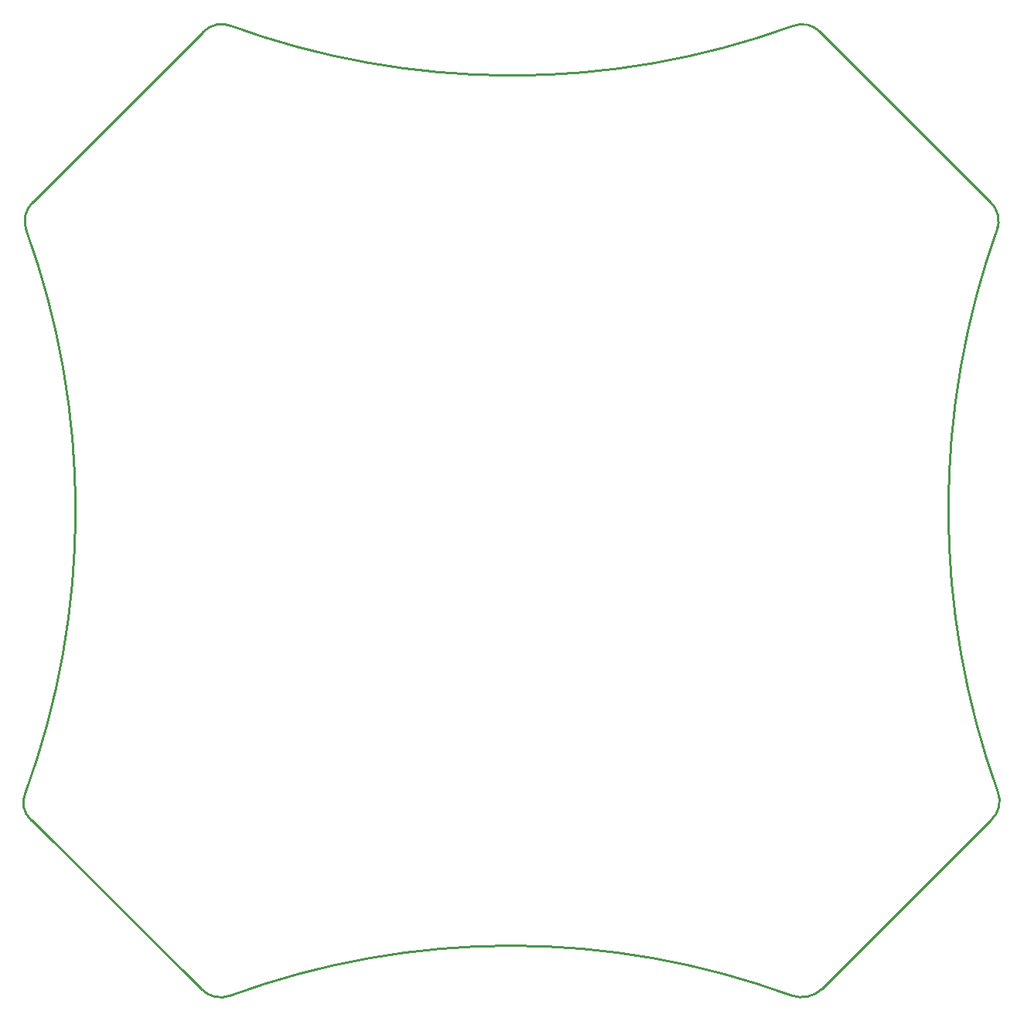
<source format=gko>
G04 Layer: BoardOutline*
G04 EasyEDA v6.4.5, 2020-09-10T17:23:05--4:00*
G04 1c95f6ef93c34f1eadd188c2f50e5772,ebf70693e8d24e819ce4a1bff5f43d4f,10*
G04 Gerber Generator version 0.2*
G04 Scale: 100 percent, Rotated: No, Reflected: No *
G04 Dimensions in millimeters *
G04 leading zeros omitted , absolute positions ,3 integer and 3 decimal *
%FSLAX33Y33*%
%MOMM*%
G90*
G71D02*

%ADD10C,0.254000*%
G54D10*
G01X87473Y948D02*
G01X105913Y19388D01*
G01X19637Y105705D02*
G01X1011Y87079D01*
G01X105913Y87079D02*
G01X87147Y105850D01*
G01X884Y19388D02*
G01X19426Y973D01*
G75*
G01X87303Y105691D02*
G03X84144Y106375I-2051J-1835D01*
G01*
G75*
G01X105914Y19389D02*
G03X106676Y22564I-1836J2119D01*
G01*
G75*
G01X84070Y212D02*
G03X22710Y204I-30669J-83553D01*
G01*
G75*
G01X22475Y106511D02*
G03X84144Y106375I31020J84354D01*
G01*
G75*
G01X106736Y84476D02*
G03X106736Y22373I85652J-31051D01*
G01*
G75*
G01X250Y22437D02*
G03X290Y84143I-84505J30908D01*
G01*
G75*
G01X22856Y106384D02*
G03X19637Y105705I-1131J-2608D01*
G01*
G75*
G01X84038Y223D02*
G03X87499Y974I1153J3041D01*
G01*
G75*
G01X250Y22437D02*
G03X885Y19389I2323J-1106D01*
G01*
G75*
G01X106567Y83965D02*
G03X105823Y87175I-2637J1079D01*
G01*
G75*
G01X19427Y974D02*
G03X22710Y204I2201J1999D01*
G01*
G75*
G01X1105Y87173D02*
G03X377Y83905I1988J-2158D01*
G01*

%LPD*%
M00*
M02*

</source>
